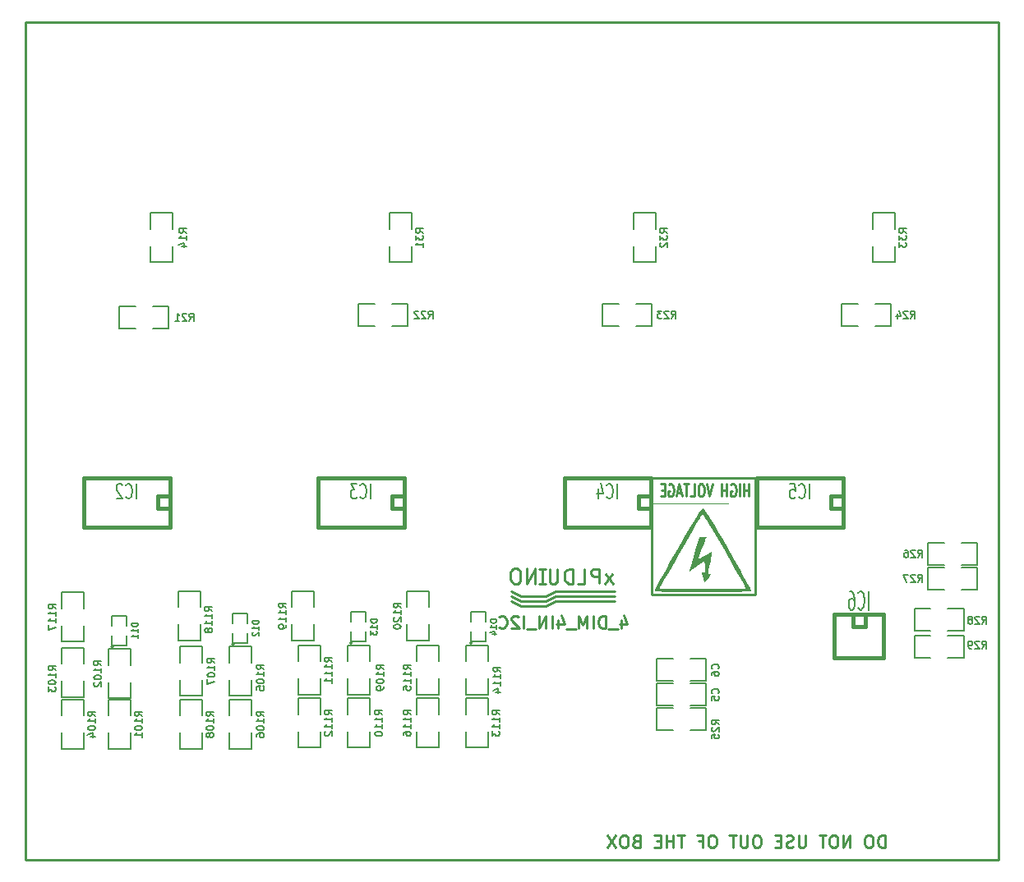
<source format=gbo>
G04 (created by PCBNEW (2011-nov-30)-testing) date jeu. 18 oct. 2012 20:37:39 CEST*
%MOIN*%
G04 Gerber Fmt 3.4, Leading zero omitted, Abs format*
%FSLAX34Y34*%
G01*
G70*
G90*
G04 APERTURE LIST*
%ADD10C,0.006*%
%ADD11C,0.01*%
%ADD12C,0.005*%
%ADD13C,0.015*%
%ADD14C,0.0001*%
%ADD15C,0.008*%
%ADD16C,0.0089*%
G04 APERTURE END LIST*
G54D10*
G54D11*
X85946Y-61102D02*
X85946Y-60602D01*
X85827Y-60602D01*
X85755Y-60626D01*
X85708Y-60674D01*
X85684Y-60721D01*
X85660Y-60817D01*
X85660Y-60888D01*
X85684Y-60983D01*
X85708Y-61031D01*
X85755Y-61079D01*
X85827Y-61102D01*
X85946Y-61102D01*
X85351Y-60602D02*
X85255Y-60602D01*
X85208Y-60626D01*
X85160Y-60674D01*
X85136Y-60769D01*
X85136Y-60936D01*
X85160Y-61031D01*
X85208Y-61079D01*
X85255Y-61102D01*
X85351Y-61102D01*
X85398Y-61079D01*
X85446Y-61031D01*
X85470Y-60936D01*
X85470Y-60769D01*
X85446Y-60674D01*
X85398Y-60626D01*
X85351Y-60602D01*
X84541Y-61102D02*
X84541Y-60602D01*
X84255Y-61102D01*
X84255Y-60602D01*
X83922Y-60602D02*
X83826Y-60602D01*
X83779Y-60626D01*
X83731Y-60674D01*
X83707Y-60769D01*
X83707Y-60936D01*
X83731Y-61031D01*
X83779Y-61079D01*
X83826Y-61102D01*
X83922Y-61102D01*
X83969Y-61079D01*
X84017Y-61031D01*
X84041Y-60936D01*
X84041Y-60769D01*
X84017Y-60674D01*
X83969Y-60626D01*
X83922Y-60602D01*
X83564Y-60602D02*
X83279Y-60602D01*
X83422Y-61102D02*
X83422Y-60602D01*
X82731Y-60602D02*
X82731Y-61007D01*
X82707Y-61055D01*
X82683Y-61079D01*
X82636Y-61102D01*
X82540Y-61102D01*
X82493Y-61079D01*
X82469Y-61055D01*
X82445Y-61007D01*
X82445Y-60602D01*
X82231Y-61079D02*
X82159Y-61102D01*
X82040Y-61102D01*
X81993Y-61079D01*
X81969Y-61055D01*
X81945Y-61007D01*
X81945Y-60960D01*
X81969Y-60912D01*
X81993Y-60888D01*
X82040Y-60864D01*
X82136Y-60840D01*
X82183Y-60817D01*
X82207Y-60793D01*
X82231Y-60745D01*
X82231Y-60698D01*
X82207Y-60650D01*
X82183Y-60626D01*
X82136Y-60602D01*
X82016Y-60602D01*
X81945Y-60626D01*
X81731Y-60840D02*
X81564Y-60840D01*
X81493Y-61102D02*
X81731Y-61102D01*
X81731Y-60602D01*
X81493Y-60602D01*
X80803Y-60602D02*
X80707Y-60602D01*
X80660Y-60626D01*
X80612Y-60674D01*
X80588Y-60769D01*
X80588Y-60936D01*
X80612Y-61031D01*
X80660Y-61079D01*
X80707Y-61102D01*
X80803Y-61102D01*
X80850Y-61079D01*
X80898Y-61031D01*
X80922Y-60936D01*
X80922Y-60769D01*
X80898Y-60674D01*
X80850Y-60626D01*
X80803Y-60602D01*
X80374Y-60602D02*
X80374Y-61007D01*
X80350Y-61055D01*
X80326Y-61079D01*
X80279Y-61102D01*
X80183Y-61102D01*
X80136Y-61079D01*
X80112Y-61055D01*
X80088Y-61007D01*
X80088Y-60602D01*
X79921Y-60602D02*
X79636Y-60602D01*
X79779Y-61102D02*
X79779Y-60602D01*
X78993Y-60602D02*
X78897Y-60602D01*
X78850Y-60626D01*
X78802Y-60674D01*
X78778Y-60769D01*
X78778Y-60936D01*
X78802Y-61031D01*
X78850Y-61079D01*
X78897Y-61102D01*
X78993Y-61102D01*
X79040Y-61079D01*
X79088Y-61031D01*
X79112Y-60936D01*
X79112Y-60769D01*
X79088Y-60674D01*
X79040Y-60626D01*
X78993Y-60602D01*
X78397Y-60840D02*
X78564Y-60840D01*
X78564Y-61102D02*
X78564Y-60602D01*
X78326Y-60602D01*
X77825Y-60602D02*
X77540Y-60602D01*
X77683Y-61102D02*
X77683Y-60602D01*
X77373Y-61102D02*
X77373Y-60602D01*
X77373Y-60840D02*
X77087Y-60840D01*
X77087Y-61102D02*
X77087Y-60602D01*
X76849Y-60840D02*
X76682Y-60840D01*
X76611Y-61102D02*
X76849Y-61102D01*
X76849Y-60602D01*
X76611Y-60602D01*
X75849Y-60840D02*
X75778Y-60864D01*
X75754Y-60888D01*
X75730Y-60936D01*
X75730Y-61007D01*
X75754Y-61055D01*
X75778Y-61079D01*
X75825Y-61102D01*
X76016Y-61102D01*
X76016Y-60602D01*
X75849Y-60602D01*
X75802Y-60626D01*
X75778Y-60650D01*
X75754Y-60698D01*
X75754Y-60745D01*
X75778Y-60793D01*
X75802Y-60817D01*
X75849Y-60840D01*
X76016Y-60840D01*
X75421Y-60602D02*
X75325Y-60602D01*
X75278Y-60626D01*
X75230Y-60674D01*
X75206Y-60769D01*
X75206Y-60936D01*
X75230Y-61031D01*
X75278Y-61079D01*
X75325Y-61102D01*
X75421Y-61102D01*
X75468Y-61079D01*
X75516Y-61031D01*
X75540Y-60936D01*
X75540Y-60769D01*
X75516Y-60674D01*
X75468Y-60626D01*
X75421Y-60602D01*
X75040Y-60602D02*
X74706Y-61102D01*
X74706Y-60602D02*
X75040Y-61102D01*
X75257Y-51869D02*
X75257Y-52202D01*
X75376Y-51679D02*
X75495Y-52036D01*
X75185Y-52036D01*
X75114Y-52250D02*
X74733Y-52250D01*
X74614Y-52202D02*
X74614Y-51702D01*
X74495Y-51702D01*
X74423Y-51726D01*
X74376Y-51774D01*
X74352Y-51821D01*
X74328Y-51917D01*
X74328Y-51988D01*
X74352Y-52083D01*
X74376Y-52131D01*
X74423Y-52179D01*
X74495Y-52202D01*
X74614Y-52202D01*
X74114Y-52202D02*
X74114Y-51702D01*
X73876Y-52202D02*
X73876Y-51702D01*
X73709Y-52060D01*
X73543Y-51702D01*
X73543Y-52202D01*
X73424Y-52250D02*
X73043Y-52250D01*
X72710Y-51869D02*
X72710Y-52202D01*
X72829Y-51679D02*
X72948Y-52036D01*
X72638Y-52036D01*
X72448Y-52202D02*
X72448Y-51702D01*
X72210Y-52202D02*
X72210Y-51702D01*
X71924Y-52202D01*
X71924Y-51702D01*
X71805Y-52250D02*
X71424Y-52250D01*
X71305Y-52202D02*
X71305Y-51702D01*
X71091Y-51750D02*
X71067Y-51726D01*
X71019Y-51702D01*
X70900Y-51702D01*
X70853Y-51726D01*
X70829Y-51750D01*
X70805Y-51798D01*
X70805Y-51845D01*
X70829Y-51917D01*
X71115Y-52202D01*
X70805Y-52202D01*
X70305Y-52155D02*
X70329Y-52179D01*
X70400Y-52202D01*
X70448Y-52202D01*
X70520Y-52179D01*
X70567Y-52131D01*
X70591Y-52083D01*
X70615Y-51988D01*
X70615Y-51917D01*
X70591Y-51821D01*
X70567Y-51774D01*
X70520Y-51726D01*
X70448Y-51702D01*
X70400Y-51702D01*
X70329Y-51726D01*
X70305Y-51750D01*
X51100Y-61600D02*
X51100Y-61400D01*
X90550Y-61600D02*
X51100Y-61600D01*
X90550Y-27600D02*
X90550Y-61600D01*
X51100Y-27600D02*
X90550Y-27600D01*
X51100Y-61400D02*
X51100Y-27600D01*
G54D12*
X66600Y-39050D02*
X66600Y-39950D01*
X66600Y-39950D02*
X65950Y-39950D01*
X65250Y-39050D02*
X64600Y-39050D01*
X64600Y-39050D02*
X64600Y-39950D01*
X64600Y-39950D02*
X65250Y-39950D01*
X65950Y-39050D02*
X66600Y-39050D01*
X56900Y-39150D02*
X56900Y-40050D01*
X56900Y-40050D02*
X56250Y-40050D01*
X55550Y-39150D02*
X54900Y-39150D01*
X54900Y-39150D02*
X54900Y-40050D01*
X54900Y-40050D02*
X55550Y-40050D01*
X56250Y-39150D02*
X56900Y-39150D01*
X76500Y-39050D02*
X76500Y-39950D01*
X76500Y-39950D02*
X75850Y-39950D01*
X75150Y-39050D02*
X74500Y-39050D01*
X74500Y-39050D02*
X74500Y-39950D01*
X74500Y-39950D02*
X75150Y-39950D01*
X75850Y-39050D02*
X76500Y-39050D01*
X86200Y-39050D02*
X86200Y-39950D01*
X86200Y-39950D02*
X85550Y-39950D01*
X84850Y-39050D02*
X84200Y-39050D01*
X84200Y-39050D02*
X84200Y-39950D01*
X84200Y-39950D02*
X84850Y-39950D01*
X85550Y-39050D02*
X86200Y-39050D01*
G54D13*
X66450Y-46100D02*
X62950Y-46100D01*
X62950Y-46100D02*
X62950Y-48100D01*
X62950Y-48100D02*
X66450Y-48100D01*
X66450Y-48100D02*
X66450Y-46100D01*
X66450Y-46850D02*
X65950Y-46850D01*
X65950Y-46850D02*
X65950Y-47350D01*
X65950Y-47350D02*
X66450Y-47350D01*
X76450Y-46100D02*
X72950Y-46100D01*
X72950Y-46100D02*
X72950Y-48100D01*
X72950Y-48100D02*
X76450Y-48100D01*
X76450Y-48100D02*
X76450Y-46100D01*
X76450Y-46850D02*
X75950Y-46850D01*
X75950Y-46850D02*
X75950Y-47350D01*
X75950Y-47350D02*
X76450Y-47350D01*
X84250Y-46100D02*
X80750Y-46100D01*
X80750Y-46100D02*
X80750Y-48100D01*
X80750Y-48100D02*
X84250Y-48100D01*
X84250Y-48100D02*
X84250Y-46100D01*
X84250Y-46850D02*
X83750Y-46850D01*
X83750Y-46850D02*
X83750Y-47350D01*
X83750Y-47350D02*
X84250Y-47350D01*
X56950Y-46100D02*
X53450Y-46100D01*
X53450Y-46100D02*
X53450Y-48100D01*
X53450Y-48100D02*
X56950Y-48100D01*
X56950Y-48100D02*
X56950Y-46100D01*
X56950Y-46850D02*
X56450Y-46850D01*
X56450Y-46850D02*
X56450Y-47350D01*
X56450Y-47350D02*
X56950Y-47350D01*
G54D12*
X78700Y-55450D02*
X78700Y-56350D01*
X78700Y-56350D02*
X78050Y-56350D01*
X77350Y-55450D02*
X76700Y-55450D01*
X76700Y-55450D02*
X76700Y-56350D01*
X76700Y-56350D02*
X77350Y-56350D01*
X78050Y-55450D02*
X78700Y-55450D01*
X87700Y-50650D02*
X87700Y-49750D01*
X87700Y-49750D02*
X88350Y-49750D01*
X89050Y-50650D02*
X89700Y-50650D01*
X89700Y-50650D02*
X89700Y-49750D01*
X89700Y-49750D02*
X89050Y-49750D01*
X88350Y-50650D02*
X87700Y-50650D01*
X87700Y-49650D02*
X87700Y-48750D01*
X87700Y-48750D02*
X88350Y-48750D01*
X89050Y-49650D02*
X89700Y-49650D01*
X89700Y-49650D02*
X89700Y-48750D01*
X89700Y-48750D02*
X89050Y-48750D01*
X88350Y-49650D02*
X87700Y-49650D01*
X87150Y-52300D02*
X87150Y-51400D01*
X87150Y-51400D02*
X87800Y-51400D01*
X88500Y-52300D02*
X89150Y-52300D01*
X89150Y-52300D02*
X89150Y-51400D01*
X89150Y-51400D02*
X88500Y-51400D01*
X87800Y-52300D02*
X87150Y-52300D01*
X87150Y-53400D02*
X87150Y-52500D01*
X87150Y-52500D02*
X87800Y-52500D01*
X88500Y-53400D02*
X89150Y-53400D01*
X89150Y-53400D02*
X89150Y-52500D01*
X89150Y-52500D02*
X88500Y-52500D01*
X87800Y-53400D02*
X87150Y-53400D01*
G54D13*
X85900Y-51650D02*
X85900Y-53400D01*
X83900Y-51650D02*
X83900Y-53400D01*
X83900Y-53400D02*
X85900Y-53400D01*
X85900Y-51650D02*
X83900Y-51650D01*
X84650Y-51650D02*
X84650Y-52150D01*
X84650Y-52150D02*
X85150Y-52150D01*
X85150Y-52150D02*
X85150Y-51650D01*
G54D12*
X76700Y-55350D02*
X76700Y-54450D01*
X76700Y-54450D02*
X77350Y-54450D01*
X78050Y-55350D02*
X78700Y-55350D01*
X78700Y-55350D02*
X78700Y-54450D01*
X78700Y-54450D02*
X78050Y-54450D01*
X77350Y-55350D02*
X76700Y-55350D01*
X76700Y-54350D02*
X76700Y-53450D01*
X76700Y-53450D02*
X77350Y-53450D01*
X78050Y-54350D02*
X78700Y-54350D01*
X78700Y-54350D02*
X78700Y-53450D01*
X78700Y-53450D02*
X78050Y-53450D01*
X77350Y-54350D02*
X76700Y-54350D01*
X57050Y-37350D02*
X56150Y-37350D01*
X56150Y-37350D02*
X56150Y-36700D01*
X57050Y-36000D02*
X57050Y-35350D01*
X57050Y-35350D02*
X56150Y-35350D01*
X56150Y-35350D02*
X56150Y-36000D01*
X57050Y-36700D02*
X57050Y-37350D01*
X66750Y-37350D02*
X65850Y-37350D01*
X65850Y-37350D02*
X65850Y-36700D01*
X66750Y-36000D02*
X66750Y-35350D01*
X66750Y-35350D02*
X65850Y-35350D01*
X65850Y-35350D02*
X65850Y-36000D01*
X66750Y-36700D02*
X66750Y-37350D01*
X76650Y-37350D02*
X75750Y-37350D01*
X75750Y-37350D02*
X75750Y-36700D01*
X76650Y-36000D02*
X76650Y-35350D01*
X76650Y-35350D02*
X75750Y-35350D01*
X75750Y-35350D02*
X75750Y-36000D01*
X76650Y-36700D02*
X76650Y-37350D01*
X86350Y-37350D02*
X85450Y-37350D01*
X85450Y-37350D02*
X85450Y-36700D01*
X86350Y-36000D02*
X86350Y-35350D01*
X86350Y-35350D02*
X85450Y-35350D01*
X85450Y-35350D02*
X85450Y-36000D01*
X86350Y-36700D02*
X86350Y-37350D01*
X64350Y-52800D02*
G75*
G03X64350Y-52800I-50J0D01*
G74*
G01*
X64300Y-52350D02*
X64300Y-52750D01*
X64300Y-52750D02*
X64900Y-52750D01*
X64900Y-52750D02*
X64900Y-52350D01*
X64900Y-51950D02*
X64900Y-51550D01*
X64900Y-51550D02*
X64300Y-51550D01*
X64300Y-51550D02*
X64300Y-51950D01*
X59550Y-52850D02*
G75*
G03X59550Y-52850I-50J0D01*
G74*
G01*
X59500Y-52400D02*
X59500Y-52800D01*
X59500Y-52800D02*
X60100Y-52800D01*
X60100Y-52800D02*
X60100Y-52400D01*
X60100Y-52000D02*
X60100Y-51600D01*
X60100Y-51600D02*
X59500Y-51600D01*
X59500Y-51600D02*
X59500Y-52000D01*
X54650Y-52950D02*
G75*
G03X54650Y-52950I-50J0D01*
G74*
G01*
X54600Y-52500D02*
X54600Y-52900D01*
X54600Y-52900D02*
X55200Y-52900D01*
X55200Y-52900D02*
X55200Y-52500D01*
X55200Y-52100D02*
X55200Y-51700D01*
X55200Y-51700D02*
X54600Y-51700D01*
X54600Y-51700D02*
X54600Y-52100D01*
X69200Y-52800D02*
G75*
G03X69200Y-52800I-50J0D01*
G74*
G01*
X69150Y-52350D02*
X69150Y-52750D01*
X69150Y-52750D02*
X69750Y-52750D01*
X69750Y-52750D02*
X69750Y-52350D01*
X69750Y-51950D02*
X69750Y-51550D01*
X69750Y-51550D02*
X69150Y-51550D01*
X69150Y-51550D02*
X69150Y-51950D01*
X65050Y-57050D02*
X64150Y-57050D01*
X64150Y-57050D02*
X64150Y-56400D01*
X65050Y-55700D02*
X65050Y-55050D01*
X65050Y-55050D02*
X64150Y-55050D01*
X64150Y-55050D02*
X64150Y-55700D01*
X65050Y-56400D02*
X65050Y-57050D01*
X66950Y-52900D02*
X67850Y-52900D01*
X67850Y-52900D02*
X67850Y-53550D01*
X66950Y-54250D02*
X66950Y-54900D01*
X66950Y-54900D02*
X67850Y-54900D01*
X67850Y-54900D02*
X67850Y-54250D01*
X66950Y-53550D02*
X66950Y-52900D01*
X67450Y-52700D02*
X66550Y-52700D01*
X66550Y-52700D02*
X66550Y-52050D01*
X67450Y-51350D02*
X67450Y-50700D01*
X67450Y-50700D02*
X66550Y-50700D01*
X66550Y-50700D02*
X66550Y-51350D01*
X67450Y-52050D02*
X67450Y-52700D01*
X67850Y-57050D02*
X66950Y-57050D01*
X66950Y-57050D02*
X66950Y-56400D01*
X67850Y-55700D02*
X67850Y-55050D01*
X67850Y-55050D02*
X66950Y-55050D01*
X66950Y-55050D02*
X66950Y-55700D01*
X67850Y-56400D02*
X67850Y-57050D01*
X69850Y-57050D02*
X68950Y-57050D01*
X68950Y-57050D02*
X68950Y-56400D01*
X69850Y-55700D02*
X69850Y-55050D01*
X69850Y-55050D02*
X68950Y-55050D01*
X68950Y-55050D02*
X68950Y-55700D01*
X69850Y-56400D02*
X69850Y-57050D01*
X68950Y-52900D02*
X69850Y-52900D01*
X69850Y-52900D02*
X69850Y-53550D01*
X68950Y-54250D02*
X68950Y-54900D01*
X68950Y-54900D02*
X69850Y-54900D01*
X69850Y-54900D02*
X69850Y-54250D01*
X68950Y-53550D02*
X68950Y-52900D01*
X62150Y-52900D02*
X63050Y-52900D01*
X63050Y-52900D02*
X63050Y-53550D01*
X62150Y-54250D02*
X62150Y-54900D01*
X62150Y-54900D02*
X63050Y-54900D01*
X63050Y-54900D02*
X63050Y-54250D01*
X62150Y-53550D02*
X62150Y-52900D01*
X62800Y-52700D02*
X61900Y-52700D01*
X61900Y-52700D02*
X61900Y-52050D01*
X62800Y-51350D02*
X62800Y-50700D01*
X62800Y-50700D02*
X61900Y-50700D01*
X61900Y-50700D02*
X61900Y-51350D01*
X62800Y-52050D02*
X62800Y-52700D01*
X63050Y-57050D02*
X62150Y-57050D01*
X62150Y-57050D02*
X62150Y-56400D01*
X63050Y-55700D02*
X63050Y-55050D01*
X63050Y-55050D02*
X62150Y-55050D01*
X62150Y-55050D02*
X62150Y-55700D01*
X63050Y-56400D02*
X63050Y-57050D01*
X64150Y-52900D02*
X65050Y-52900D01*
X65050Y-52900D02*
X65050Y-53550D01*
X64150Y-54250D02*
X64150Y-54900D01*
X64150Y-54900D02*
X65050Y-54900D01*
X65050Y-54900D02*
X65050Y-54250D01*
X64150Y-53550D02*
X64150Y-52900D01*
X54450Y-53050D02*
X55350Y-53050D01*
X55350Y-53050D02*
X55350Y-53700D01*
X54450Y-54400D02*
X54450Y-55050D01*
X54450Y-55050D02*
X55350Y-55050D01*
X55350Y-55050D02*
X55350Y-54400D01*
X54450Y-53700D02*
X54450Y-53050D01*
X57350Y-52950D02*
X58250Y-52950D01*
X58250Y-52950D02*
X58250Y-53600D01*
X57350Y-54300D02*
X57350Y-54950D01*
X57350Y-54950D02*
X58250Y-54950D01*
X58250Y-54950D02*
X58250Y-54300D01*
X57350Y-53600D02*
X57350Y-52950D01*
X58200Y-52700D02*
X57300Y-52700D01*
X57300Y-52700D02*
X57300Y-52050D01*
X58200Y-51350D02*
X58200Y-50700D01*
X58200Y-50700D02*
X57300Y-50700D01*
X57300Y-50700D02*
X57300Y-51350D01*
X58200Y-52050D02*
X58200Y-52700D01*
X58250Y-57100D02*
X57350Y-57100D01*
X57350Y-57100D02*
X57350Y-56450D01*
X58250Y-55750D02*
X58250Y-55100D01*
X58250Y-55100D02*
X57350Y-55100D01*
X57350Y-55100D02*
X57350Y-55750D01*
X58250Y-56450D02*
X58250Y-57100D01*
X59350Y-52950D02*
X60250Y-52950D01*
X60250Y-52950D02*
X60250Y-53600D01*
X59350Y-54300D02*
X59350Y-54950D01*
X59350Y-54950D02*
X60250Y-54950D01*
X60250Y-54950D02*
X60250Y-54300D01*
X59350Y-53600D02*
X59350Y-52950D01*
X60250Y-57100D02*
X59350Y-57100D01*
X59350Y-57100D02*
X59350Y-56450D01*
X60250Y-55750D02*
X60250Y-55100D01*
X60250Y-55100D02*
X59350Y-55100D01*
X59350Y-55100D02*
X59350Y-55750D01*
X60250Y-56450D02*
X60250Y-57100D01*
X52550Y-53000D02*
X53450Y-53000D01*
X53450Y-53000D02*
X53450Y-53650D01*
X52550Y-54350D02*
X52550Y-55000D01*
X52550Y-55000D02*
X53450Y-55000D01*
X53450Y-55000D02*
X53450Y-54350D01*
X52550Y-53650D02*
X52550Y-53000D01*
X53450Y-52750D02*
X52550Y-52750D01*
X52550Y-52750D02*
X52550Y-52100D01*
X53450Y-51400D02*
X53450Y-50750D01*
X53450Y-50750D02*
X52550Y-50750D01*
X52550Y-50750D02*
X52550Y-51400D01*
X53450Y-52100D02*
X53450Y-52750D01*
X53450Y-57100D02*
X52550Y-57100D01*
X52550Y-57100D02*
X52550Y-56450D01*
X53450Y-55750D02*
X53450Y-55100D01*
X53450Y-55100D02*
X52550Y-55100D01*
X52550Y-55100D02*
X52550Y-55750D01*
X53450Y-56450D02*
X53450Y-57100D01*
X55350Y-57100D02*
X54450Y-57100D01*
X54450Y-57100D02*
X54450Y-56450D01*
X55350Y-55750D02*
X55350Y-55100D01*
X55350Y-55100D02*
X54450Y-55100D01*
X54450Y-55100D02*
X54450Y-55750D01*
X55350Y-56450D02*
X55350Y-57100D01*
G54D11*
X75000Y-51100D02*
X72600Y-51100D01*
X72600Y-51100D02*
X72200Y-51300D01*
X72200Y-51300D02*
X71200Y-51300D01*
X71200Y-51300D02*
X70800Y-51100D01*
X75000Y-50900D02*
X72600Y-50900D01*
X72600Y-50900D02*
X72200Y-51100D01*
X72200Y-51100D02*
X71200Y-51100D01*
X71200Y-51100D02*
X70800Y-50900D01*
X71200Y-50900D02*
X70800Y-50700D01*
X72200Y-50900D02*
X71200Y-50900D01*
X72600Y-50700D02*
X72200Y-50900D01*
X75000Y-50700D02*
X72600Y-50700D01*
X75000Y-50700D02*
X72600Y-50700D01*
X72600Y-50700D02*
X72200Y-50900D01*
X72200Y-50900D02*
X71200Y-50900D01*
X71200Y-50900D02*
X70800Y-50700D01*
X71200Y-50900D02*
X70800Y-50700D01*
X72200Y-50900D02*
X71200Y-50900D01*
X72600Y-50700D02*
X72200Y-50900D01*
X75000Y-50700D02*
X72600Y-50700D01*
X75000Y-50700D02*
X72600Y-50700D01*
X72600Y-50700D02*
X72200Y-50900D01*
X72200Y-50900D02*
X71200Y-50900D01*
X71200Y-50900D02*
X70800Y-50700D01*
X71200Y-50900D02*
X70800Y-50700D01*
X72200Y-50900D02*
X71200Y-50900D01*
X72600Y-50700D02*
X72200Y-50900D01*
X75000Y-50700D02*
X72600Y-50700D01*
X75000Y-50700D02*
X72600Y-50700D01*
X72600Y-50700D02*
X72200Y-50900D01*
X72200Y-50900D02*
X71200Y-50900D01*
X71200Y-50900D02*
X70800Y-50700D01*
X71200Y-50900D02*
X70800Y-50700D01*
X72200Y-50900D02*
X71200Y-50900D01*
X72600Y-50700D02*
X72200Y-50900D01*
X75000Y-50700D02*
X72600Y-50700D01*
X75000Y-50700D02*
X72600Y-50700D01*
X72600Y-50700D02*
X72200Y-50900D01*
X72200Y-50900D02*
X71200Y-50900D01*
X71200Y-50900D02*
X70800Y-50700D01*
X70925Y-50400D02*
X70825Y-50325D01*
X71150Y-50300D02*
X71050Y-50400D01*
X71975Y-50400D02*
X71925Y-50400D01*
X72200Y-50400D02*
X71950Y-50400D01*
X72200Y-49800D02*
X71925Y-49800D01*
X72050Y-50375D02*
X72050Y-49850D01*
X71175Y-50200D02*
X71150Y-50300D01*
X71050Y-50400D02*
X70925Y-50400D01*
X70775Y-50175D02*
X70800Y-50300D01*
X71175Y-49975D02*
X71150Y-49875D01*
X71150Y-49875D02*
X71075Y-49800D01*
X71075Y-49800D02*
X71025Y-49775D01*
X71025Y-49775D02*
X70925Y-49775D01*
X70925Y-49775D02*
X70875Y-49800D01*
X70875Y-49800D02*
X70825Y-49825D01*
X70825Y-49825D02*
X70800Y-49875D01*
X70800Y-49875D02*
X70775Y-49950D01*
X70775Y-49950D02*
X70775Y-50000D01*
X70775Y-50000D02*
X70775Y-50175D01*
X71175Y-50000D02*
X71175Y-50200D01*
X71775Y-50400D02*
X71775Y-49775D01*
X71775Y-49800D02*
X71425Y-50400D01*
X71425Y-50400D02*
X71425Y-49775D01*
X72675Y-49800D02*
X72675Y-50275D01*
X72675Y-50275D02*
X72650Y-50325D01*
X72650Y-50325D02*
X72625Y-50350D01*
X72625Y-50350D02*
X72600Y-50375D01*
X72600Y-50375D02*
X72550Y-50400D01*
X72550Y-50400D02*
X72500Y-50400D01*
X72500Y-50400D02*
X72450Y-50400D01*
X72450Y-50400D02*
X72400Y-50375D01*
X72400Y-50375D02*
X72375Y-50350D01*
X72375Y-50350D02*
X72350Y-50325D01*
X72350Y-50325D02*
X72350Y-50275D01*
X72350Y-50275D02*
X72350Y-49800D01*
X73275Y-49800D02*
X73150Y-49800D01*
X73150Y-49800D02*
X73050Y-49825D01*
X73050Y-49825D02*
X73000Y-49875D01*
X73000Y-49875D02*
X72975Y-49950D01*
X72975Y-49950D02*
X72950Y-50050D01*
X72950Y-50050D02*
X72950Y-50125D01*
X72950Y-50125D02*
X72950Y-50175D01*
X72950Y-50175D02*
X72975Y-50250D01*
X72975Y-50250D02*
X73000Y-50300D01*
X73000Y-50300D02*
X73050Y-50350D01*
X73050Y-50350D02*
X73125Y-50400D01*
X73125Y-50400D02*
X73175Y-50400D01*
X73175Y-50400D02*
X73300Y-50400D01*
X73300Y-50400D02*
X73300Y-49800D01*
X73775Y-49800D02*
X73775Y-50400D01*
X73775Y-50400D02*
X73500Y-50400D01*
X74375Y-49800D02*
X74350Y-49800D01*
X74350Y-49800D02*
X74125Y-49800D01*
X74125Y-49800D02*
X74075Y-49825D01*
X74075Y-49825D02*
X74050Y-49850D01*
X74050Y-49850D02*
X74025Y-49900D01*
X74025Y-49900D02*
X74025Y-49950D01*
X74025Y-49950D02*
X74025Y-50000D01*
X74025Y-50000D02*
X74050Y-50050D01*
X74050Y-50050D02*
X74100Y-50075D01*
X74100Y-50075D02*
X74150Y-50100D01*
X74150Y-50100D02*
X74375Y-50100D01*
X74375Y-50375D02*
X74375Y-49800D01*
X74900Y-50000D02*
X74600Y-50400D01*
X74925Y-50400D02*
X74625Y-50000D01*
X80700Y-46100D02*
X80700Y-50850D01*
X80700Y-50850D02*
X80600Y-50850D01*
X76500Y-46100D02*
X80700Y-46100D01*
X80650Y-50850D02*
X76500Y-50850D01*
X76500Y-50850D02*
X76500Y-46100D01*
G54D14*
G36*
X80667Y-47150D02*
X78592Y-47158D01*
X76517Y-47167D01*
X76508Y-49025D01*
X76500Y-50884D01*
X76492Y-49009D01*
X76484Y-47134D01*
X78575Y-47142D01*
X80667Y-47150D01*
X80667Y-47150D01*
X80667Y-47150D01*
G37*
G36*
X80527Y-50688D02*
X80491Y-50698D01*
X80395Y-50707D01*
X80317Y-50711D01*
X80317Y-50584D01*
X80301Y-50553D01*
X80254Y-50469D01*
X80181Y-50339D01*
X80083Y-50167D01*
X79965Y-49959D01*
X79829Y-49720D01*
X79678Y-49456D01*
X79515Y-49172D01*
X79445Y-49051D01*
X79250Y-48712D01*
X79085Y-48427D01*
X78948Y-48192D01*
X78836Y-48003D01*
X78746Y-47854D01*
X78676Y-47743D01*
X78623Y-47665D01*
X78585Y-47615D01*
X78558Y-47590D01*
X78541Y-47585D01*
X78533Y-47592D01*
X78508Y-47633D01*
X78454Y-47725D01*
X78376Y-47860D01*
X78277Y-48031D01*
X78160Y-48232D01*
X78031Y-48457D01*
X77892Y-48698D01*
X77748Y-48950D01*
X77602Y-49205D01*
X77457Y-49457D01*
X77319Y-49700D01*
X77189Y-49926D01*
X77074Y-50130D01*
X76975Y-50304D01*
X76897Y-50442D01*
X76843Y-50537D01*
X76818Y-50583D01*
X76817Y-50587D01*
X76849Y-50589D01*
X76942Y-50592D01*
X77089Y-50594D01*
X77284Y-50596D01*
X77522Y-50597D01*
X77795Y-50599D01*
X78098Y-50600D01*
X78425Y-50600D01*
X78567Y-50600D01*
X78901Y-50600D01*
X79215Y-50599D01*
X79501Y-50598D01*
X79755Y-50596D01*
X79968Y-50594D01*
X80136Y-50591D01*
X80253Y-50588D01*
X80311Y-50585D01*
X80317Y-50584D01*
X80317Y-50711D01*
X80247Y-50715D01*
X80054Y-50722D01*
X79823Y-50728D01*
X79561Y-50732D01*
X79275Y-50735D01*
X78973Y-50738D01*
X78661Y-50739D01*
X78347Y-50739D01*
X78039Y-50737D01*
X77742Y-50735D01*
X77465Y-50731D01*
X77215Y-50726D01*
X76998Y-50720D01*
X76822Y-50713D01*
X76694Y-50705D01*
X76621Y-50695D01*
X76607Y-50689D01*
X76620Y-50653D01*
X76664Y-50564D01*
X76735Y-50428D01*
X76831Y-50250D01*
X76949Y-50036D01*
X77086Y-49790D01*
X77239Y-49519D01*
X77405Y-49226D01*
X77546Y-48981D01*
X77757Y-48614D01*
X77937Y-48302D01*
X78090Y-48040D01*
X78217Y-47826D01*
X78321Y-47655D01*
X78403Y-47523D01*
X78467Y-47427D01*
X78514Y-47363D01*
X78547Y-47328D01*
X78567Y-47317D01*
X78588Y-47328D01*
X78621Y-47364D01*
X78669Y-47428D01*
X78733Y-47524D01*
X78815Y-47656D01*
X78919Y-47828D01*
X79047Y-48043D01*
X79200Y-48305D01*
X79381Y-48618D01*
X79589Y-48979D01*
X79764Y-49285D01*
X79928Y-49573D01*
X80078Y-49840D01*
X80211Y-50080D01*
X80325Y-50287D01*
X80416Y-50457D01*
X80482Y-50584D01*
X80520Y-50663D01*
X80527Y-50688D01*
X80527Y-50688D01*
X80527Y-50688D01*
G37*
G36*
X78943Y-49145D02*
X78929Y-49248D01*
X78899Y-49405D01*
X78878Y-49507D01*
X78839Y-49696D01*
X78811Y-49830D01*
X78796Y-49917D01*
X78790Y-49969D01*
X78795Y-49993D01*
X78808Y-50000D01*
X78829Y-50000D01*
X78834Y-50000D01*
X78878Y-50010D01*
X78884Y-50018D01*
X78866Y-50060D01*
X78823Y-50129D01*
X78766Y-50209D01*
X78708Y-50283D01*
X78662Y-50333D01*
X78640Y-50344D01*
X78622Y-50297D01*
X78596Y-50212D01*
X78585Y-50173D01*
X78557Y-50073D01*
X78532Y-49994D01*
X78527Y-49978D01*
X78524Y-49942D01*
X78568Y-49945D01*
X78578Y-49949D01*
X78615Y-49956D01*
X78636Y-49943D01*
X78646Y-49896D01*
X78650Y-49803D01*
X78650Y-49717D01*
X78650Y-49594D01*
X78643Y-49521D01*
X78619Y-49496D01*
X78568Y-49515D01*
X78480Y-49577D01*
X78384Y-49651D01*
X78275Y-49732D01*
X78173Y-49804D01*
X78109Y-49848D01*
X78018Y-49907D01*
X78067Y-49745D01*
X78093Y-49658D01*
X78134Y-49521D01*
X78184Y-49351D01*
X78241Y-49163D01*
X78275Y-49050D01*
X78435Y-48517D01*
X78576Y-48507D01*
X78662Y-48504D01*
X78712Y-48511D01*
X78717Y-48515D01*
X78705Y-48551D01*
X78671Y-48637D01*
X78620Y-48761D01*
X78558Y-48912D01*
X78533Y-48972D01*
X78468Y-49129D01*
X78415Y-49263D01*
X78379Y-49364D01*
X78363Y-49418D01*
X78363Y-49424D01*
X78395Y-49414D01*
X78469Y-49372D01*
X78572Y-49308D01*
X78631Y-49269D01*
X78748Y-49191D01*
X78847Y-49128D01*
X78913Y-49089D01*
X78928Y-49081D01*
X78942Y-49092D01*
X78943Y-49145D01*
X78943Y-49145D01*
X78943Y-49145D01*
G37*
G54D12*
X67443Y-39621D02*
X67543Y-39479D01*
X67615Y-39621D02*
X67615Y-39321D01*
X67500Y-39321D01*
X67472Y-39336D01*
X67457Y-39350D01*
X67443Y-39379D01*
X67443Y-39421D01*
X67457Y-39450D01*
X67472Y-39464D01*
X67500Y-39479D01*
X67615Y-39479D01*
X67329Y-39350D02*
X67315Y-39336D01*
X67286Y-39321D01*
X67215Y-39321D01*
X67186Y-39336D01*
X67172Y-39350D01*
X67157Y-39379D01*
X67157Y-39407D01*
X67172Y-39450D01*
X67343Y-39621D01*
X67157Y-39621D01*
X67043Y-39350D02*
X67029Y-39336D01*
X67000Y-39321D01*
X66929Y-39321D01*
X66900Y-39336D01*
X66886Y-39350D01*
X66871Y-39379D01*
X66871Y-39407D01*
X66886Y-39450D01*
X67057Y-39621D01*
X66871Y-39621D01*
X57743Y-39721D02*
X57843Y-39579D01*
X57915Y-39721D02*
X57915Y-39421D01*
X57800Y-39421D01*
X57772Y-39436D01*
X57757Y-39450D01*
X57743Y-39479D01*
X57743Y-39521D01*
X57757Y-39550D01*
X57772Y-39564D01*
X57800Y-39579D01*
X57915Y-39579D01*
X57629Y-39450D02*
X57615Y-39436D01*
X57586Y-39421D01*
X57515Y-39421D01*
X57486Y-39436D01*
X57472Y-39450D01*
X57457Y-39479D01*
X57457Y-39507D01*
X57472Y-39550D01*
X57643Y-39721D01*
X57457Y-39721D01*
X57171Y-39721D02*
X57343Y-39721D01*
X57257Y-39721D02*
X57257Y-39421D01*
X57286Y-39464D01*
X57314Y-39493D01*
X57343Y-39507D01*
X77293Y-39621D02*
X77393Y-39479D01*
X77465Y-39621D02*
X77465Y-39321D01*
X77350Y-39321D01*
X77322Y-39336D01*
X77307Y-39350D01*
X77293Y-39379D01*
X77293Y-39421D01*
X77307Y-39450D01*
X77322Y-39464D01*
X77350Y-39479D01*
X77465Y-39479D01*
X77179Y-39350D02*
X77165Y-39336D01*
X77136Y-39321D01*
X77065Y-39321D01*
X77036Y-39336D01*
X77022Y-39350D01*
X77007Y-39379D01*
X77007Y-39407D01*
X77022Y-39450D01*
X77193Y-39621D01*
X77007Y-39621D01*
X76907Y-39321D02*
X76721Y-39321D01*
X76821Y-39436D01*
X76779Y-39436D01*
X76750Y-39450D01*
X76736Y-39464D01*
X76721Y-39493D01*
X76721Y-39564D01*
X76736Y-39593D01*
X76750Y-39607D01*
X76779Y-39621D01*
X76864Y-39621D01*
X76893Y-39607D01*
X76907Y-39593D01*
X86993Y-39621D02*
X87093Y-39479D01*
X87165Y-39621D02*
X87165Y-39321D01*
X87050Y-39321D01*
X87022Y-39336D01*
X87007Y-39350D01*
X86993Y-39379D01*
X86993Y-39421D01*
X87007Y-39450D01*
X87022Y-39464D01*
X87050Y-39479D01*
X87165Y-39479D01*
X86879Y-39350D02*
X86865Y-39336D01*
X86836Y-39321D01*
X86765Y-39321D01*
X86736Y-39336D01*
X86722Y-39350D01*
X86707Y-39379D01*
X86707Y-39407D01*
X86722Y-39450D01*
X86893Y-39621D01*
X86707Y-39621D01*
X86450Y-39421D02*
X86450Y-39621D01*
X86521Y-39307D02*
X86593Y-39521D01*
X86407Y-39521D01*
G54D10*
X65090Y-46943D02*
X65090Y-46343D01*
X64671Y-46886D02*
X64690Y-46914D01*
X64747Y-46943D01*
X64785Y-46943D01*
X64843Y-46914D01*
X64881Y-46857D01*
X64900Y-46800D01*
X64919Y-46686D01*
X64919Y-46600D01*
X64900Y-46486D01*
X64881Y-46429D01*
X64843Y-46371D01*
X64785Y-46343D01*
X64747Y-46343D01*
X64690Y-46371D01*
X64671Y-46400D01*
X64538Y-46343D02*
X64290Y-46343D01*
X64424Y-46571D01*
X64366Y-46571D01*
X64328Y-46600D01*
X64309Y-46629D01*
X64290Y-46686D01*
X64290Y-46829D01*
X64309Y-46886D01*
X64328Y-46914D01*
X64366Y-46943D01*
X64481Y-46943D01*
X64519Y-46914D01*
X64538Y-46886D01*
X75090Y-46943D02*
X75090Y-46343D01*
X74671Y-46886D02*
X74690Y-46914D01*
X74747Y-46943D01*
X74785Y-46943D01*
X74843Y-46914D01*
X74881Y-46857D01*
X74900Y-46800D01*
X74919Y-46686D01*
X74919Y-46600D01*
X74900Y-46486D01*
X74881Y-46429D01*
X74843Y-46371D01*
X74785Y-46343D01*
X74747Y-46343D01*
X74690Y-46371D01*
X74671Y-46400D01*
X74328Y-46543D02*
X74328Y-46943D01*
X74424Y-46314D02*
X74519Y-46743D01*
X74271Y-46743D01*
X82890Y-46943D02*
X82890Y-46343D01*
X82471Y-46886D02*
X82490Y-46914D01*
X82547Y-46943D01*
X82585Y-46943D01*
X82643Y-46914D01*
X82681Y-46857D01*
X82700Y-46800D01*
X82719Y-46686D01*
X82719Y-46600D01*
X82700Y-46486D01*
X82681Y-46429D01*
X82643Y-46371D01*
X82585Y-46343D01*
X82547Y-46343D01*
X82490Y-46371D01*
X82471Y-46400D01*
X82109Y-46343D02*
X82300Y-46343D01*
X82319Y-46629D01*
X82300Y-46600D01*
X82262Y-46571D01*
X82166Y-46571D01*
X82128Y-46600D01*
X82109Y-46629D01*
X82090Y-46686D01*
X82090Y-46829D01*
X82109Y-46886D01*
X82128Y-46914D01*
X82166Y-46943D01*
X82262Y-46943D01*
X82300Y-46914D01*
X82319Y-46886D01*
X55590Y-46943D02*
X55590Y-46343D01*
X55171Y-46886D02*
X55190Y-46914D01*
X55247Y-46943D01*
X55285Y-46943D01*
X55343Y-46914D01*
X55381Y-46857D01*
X55400Y-46800D01*
X55419Y-46686D01*
X55419Y-46600D01*
X55400Y-46486D01*
X55381Y-46429D01*
X55343Y-46371D01*
X55285Y-46343D01*
X55247Y-46343D01*
X55190Y-46371D01*
X55171Y-46400D01*
X55019Y-46400D02*
X55000Y-46371D01*
X54962Y-46343D01*
X54866Y-46343D01*
X54828Y-46371D01*
X54809Y-46400D01*
X54790Y-46457D01*
X54790Y-46514D01*
X54809Y-46600D01*
X55038Y-46943D01*
X54790Y-46943D01*
G54D12*
X79221Y-56107D02*
X79079Y-56007D01*
X79221Y-55935D02*
X78921Y-55935D01*
X78921Y-56050D01*
X78936Y-56078D01*
X78950Y-56093D01*
X78979Y-56107D01*
X79021Y-56107D01*
X79050Y-56093D01*
X79064Y-56078D01*
X79079Y-56050D01*
X79079Y-55935D01*
X78950Y-56221D02*
X78936Y-56235D01*
X78921Y-56264D01*
X78921Y-56335D01*
X78936Y-56364D01*
X78950Y-56378D01*
X78979Y-56393D01*
X79007Y-56393D01*
X79050Y-56378D01*
X79221Y-56207D01*
X79221Y-56393D01*
X78921Y-56664D02*
X78921Y-56521D01*
X79064Y-56507D01*
X79050Y-56521D01*
X79036Y-56550D01*
X79036Y-56621D01*
X79050Y-56650D01*
X79064Y-56664D01*
X79093Y-56679D01*
X79164Y-56679D01*
X79193Y-56664D01*
X79207Y-56650D01*
X79221Y-56621D01*
X79221Y-56550D01*
X79207Y-56521D01*
X79193Y-56507D01*
X87293Y-50321D02*
X87393Y-50179D01*
X87465Y-50321D02*
X87465Y-50021D01*
X87350Y-50021D01*
X87322Y-50036D01*
X87307Y-50050D01*
X87293Y-50079D01*
X87293Y-50121D01*
X87307Y-50150D01*
X87322Y-50164D01*
X87350Y-50179D01*
X87465Y-50179D01*
X87179Y-50050D02*
X87165Y-50036D01*
X87136Y-50021D01*
X87065Y-50021D01*
X87036Y-50036D01*
X87022Y-50050D01*
X87007Y-50079D01*
X87007Y-50107D01*
X87022Y-50150D01*
X87193Y-50321D01*
X87007Y-50321D01*
X86907Y-50021D02*
X86707Y-50021D01*
X86836Y-50321D01*
X87293Y-49321D02*
X87393Y-49179D01*
X87465Y-49321D02*
X87465Y-49021D01*
X87350Y-49021D01*
X87322Y-49036D01*
X87307Y-49050D01*
X87293Y-49079D01*
X87293Y-49121D01*
X87307Y-49150D01*
X87322Y-49164D01*
X87350Y-49179D01*
X87465Y-49179D01*
X87179Y-49050D02*
X87165Y-49036D01*
X87136Y-49021D01*
X87065Y-49021D01*
X87036Y-49036D01*
X87022Y-49050D01*
X87007Y-49079D01*
X87007Y-49107D01*
X87022Y-49150D01*
X87193Y-49321D01*
X87007Y-49321D01*
X86750Y-49021D02*
X86807Y-49021D01*
X86836Y-49036D01*
X86850Y-49050D01*
X86879Y-49093D01*
X86893Y-49150D01*
X86893Y-49264D01*
X86879Y-49293D01*
X86864Y-49307D01*
X86836Y-49321D01*
X86779Y-49321D01*
X86750Y-49307D01*
X86736Y-49293D01*
X86721Y-49264D01*
X86721Y-49193D01*
X86736Y-49164D01*
X86750Y-49150D01*
X86779Y-49136D01*
X86836Y-49136D01*
X86864Y-49150D01*
X86879Y-49164D01*
X86893Y-49193D01*
X89893Y-52021D02*
X89993Y-51879D01*
X90065Y-52021D02*
X90065Y-51721D01*
X89950Y-51721D01*
X89922Y-51736D01*
X89907Y-51750D01*
X89893Y-51779D01*
X89893Y-51821D01*
X89907Y-51850D01*
X89922Y-51864D01*
X89950Y-51879D01*
X90065Y-51879D01*
X89779Y-51750D02*
X89765Y-51736D01*
X89736Y-51721D01*
X89665Y-51721D01*
X89636Y-51736D01*
X89622Y-51750D01*
X89607Y-51779D01*
X89607Y-51807D01*
X89622Y-51850D01*
X89793Y-52021D01*
X89607Y-52021D01*
X89436Y-51850D02*
X89464Y-51836D01*
X89479Y-51821D01*
X89493Y-51793D01*
X89493Y-51779D01*
X89479Y-51750D01*
X89464Y-51736D01*
X89436Y-51721D01*
X89379Y-51721D01*
X89350Y-51736D01*
X89336Y-51750D01*
X89321Y-51779D01*
X89321Y-51793D01*
X89336Y-51821D01*
X89350Y-51836D01*
X89379Y-51850D01*
X89436Y-51850D01*
X89464Y-51864D01*
X89479Y-51879D01*
X89493Y-51907D01*
X89493Y-51964D01*
X89479Y-51993D01*
X89464Y-52007D01*
X89436Y-52021D01*
X89379Y-52021D01*
X89350Y-52007D01*
X89336Y-51993D01*
X89321Y-51964D01*
X89321Y-51907D01*
X89336Y-51879D01*
X89350Y-51864D01*
X89379Y-51850D01*
X89893Y-53021D02*
X89993Y-52879D01*
X90065Y-53021D02*
X90065Y-52721D01*
X89950Y-52721D01*
X89922Y-52736D01*
X89907Y-52750D01*
X89893Y-52779D01*
X89893Y-52821D01*
X89907Y-52850D01*
X89922Y-52864D01*
X89950Y-52879D01*
X90065Y-52879D01*
X89779Y-52750D02*
X89765Y-52736D01*
X89736Y-52721D01*
X89665Y-52721D01*
X89636Y-52736D01*
X89622Y-52750D01*
X89607Y-52779D01*
X89607Y-52807D01*
X89622Y-52850D01*
X89793Y-53021D01*
X89607Y-53021D01*
X89464Y-53021D02*
X89407Y-53021D01*
X89379Y-53007D01*
X89364Y-52993D01*
X89336Y-52950D01*
X89321Y-52893D01*
X89321Y-52779D01*
X89336Y-52750D01*
X89350Y-52736D01*
X89379Y-52721D01*
X89436Y-52721D01*
X89464Y-52736D01*
X89479Y-52750D01*
X89493Y-52779D01*
X89493Y-52850D01*
X89479Y-52879D01*
X89464Y-52893D01*
X89436Y-52907D01*
X89379Y-52907D01*
X89350Y-52893D01*
X89336Y-52879D01*
X89321Y-52850D01*
G54D15*
X85290Y-51454D02*
X85290Y-50704D01*
X84871Y-51382D02*
X84890Y-51418D01*
X84947Y-51454D01*
X84985Y-51454D01*
X85043Y-51418D01*
X85081Y-51346D01*
X85100Y-51275D01*
X85119Y-51132D01*
X85119Y-51025D01*
X85100Y-50882D01*
X85081Y-50811D01*
X85043Y-50739D01*
X84985Y-50704D01*
X84947Y-50704D01*
X84890Y-50739D01*
X84871Y-50775D01*
X84528Y-50704D02*
X84605Y-50704D01*
X84643Y-50739D01*
X84662Y-50775D01*
X84700Y-50882D01*
X84719Y-51025D01*
X84719Y-51311D01*
X84700Y-51382D01*
X84681Y-51418D01*
X84643Y-51454D01*
X84566Y-51454D01*
X84528Y-51418D01*
X84509Y-51382D01*
X84490Y-51311D01*
X84490Y-51132D01*
X84509Y-51061D01*
X84528Y-51025D01*
X84566Y-50989D01*
X84643Y-50989D01*
X84681Y-51025D01*
X84700Y-51061D01*
X84719Y-51132D01*
G54D12*
X79193Y-54850D02*
X79207Y-54836D01*
X79221Y-54793D01*
X79221Y-54764D01*
X79207Y-54721D01*
X79179Y-54693D01*
X79150Y-54678D01*
X79093Y-54664D01*
X79050Y-54664D01*
X78993Y-54678D01*
X78964Y-54693D01*
X78936Y-54721D01*
X78921Y-54764D01*
X78921Y-54793D01*
X78936Y-54836D01*
X78950Y-54850D01*
X78921Y-55121D02*
X78921Y-54978D01*
X79064Y-54964D01*
X79050Y-54978D01*
X79036Y-55007D01*
X79036Y-55078D01*
X79050Y-55107D01*
X79064Y-55121D01*
X79093Y-55136D01*
X79164Y-55136D01*
X79193Y-55121D01*
X79207Y-55107D01*
X79221Y-55078D01*
X79221Y-55007D01*
X79207Y-54978D01*
X79193Y-54964D01*
X79193Y-53850D02*
X79207Y-53836D01*
X79221Y-53793D01*
X79221Y-53764D01*
X79207Y-53721D01*
X79179Y-53693D01*
X79150Y-53678D01*
X79093Y-53664D01*
X79050Y-53664D01*
X78993Y-53678D01*
X78964Y-53693D01*
X78936Y-53721D01*
X78921Y-53764D01*
X78921Y-53793D01*
X78936Y-53836D01*
X78950Y-53850D01*
X78921Y-54107D02*
X78921Y-54050D01*
X78936Y-54021D01*
X78950Y-54007D01*
X78993Y-53978D01*
X79050Y-53964D01*
X79164Y-53964D01*
X79193Y-53978D01*
X79207Y-53993D01*
X79221Y-54021D01*
X79221Y-54078D01*
X79207Y-54107D01*
X79193Y-54121D01*
X79164Y-54136D01*
X79093Y-54136D01*
X79064Y-54121D01*
X79050Y-54107D01*
X79036Y-54078D01*
X79036Y-54021D01*
X79050Y-53993D01*
X79064Y-53978D01*
X79093Y-53964D01*
X57621Y-36157D02*
X57479Y-36057D01*
X57621Y-35985D02*
X57321Y-35985D01*
X57321Y-36100D01*
X57336Y-36128D01*
X57350Y-36143D01*
X57379Y-36157D01*
X57421Y-36157D01*
X57450Y-36143D01*
X57464Y-36128D01*
X57479Y-36100D01*
X57479Y-35985D01*
X57621Y-36443D02*
X57621Y-36271D01*
X57621Y-36357D02*
X57321Y-36357D01*
X57364Y-36328D01*
X57393Y-36300D01*
X57407Y-36271D01*
X57421Y-36700D02*
X57621Y-36700D01*
X57307Y-36629D02*
X57521Y-36557D01*
X57521Y-36743D01*
X67221Y-36157D02*
X67079Y-36057D01*
X67221Y-35985D02*
X66921Y-35985D01*
X66921Y-36100D01*
X66936Y-36128D01*
X66950Y-36143D01*
X66979Y-36157D01*
X67021Y-36157D01*
X67050Y-36143D01*
X67064Y-36128D01*
X67079Y-36100D01*
X67079Y-35985D01*
X66921Y-36257D02*
X66921Y-36443D01*
X67036Y-36343D01*
X67036Y-36385D01*
X67050Y-36414D01*
X67064Y-36428D01*
X67093Y-36443D01*
X67164Y-36443D01*
X67193Y-36428D01*
X67207Y-36414D01*
X67221Y-36385D01*
X67221Y-36300D01*
X67207Y-36271D01*
X67193Y-36257D01*
X67221Y-36729D02*
X67221Y-36557D01*
X67221Y-36643D02*
X66921Y-36643D01*
X66964Y-36614D01*
X66993Y-36586D01*
X67007Y-36557D01*
X77121Y-36157D02*
X76979Y-36057D01*
X77121Y-35985D02*
X76821Y-35985D01*
X76821Y-36100D01*
X76836Y-36128D01*
X76850Y-36143D01*
X76879Y-36157D01*
X76921Y-36157D01*
X76950Y-36143D01*
X76964Y-36128D01*
X76979Y-36100D01*
X76979Y-35985D01*
X76821Y-36257D02*
X76821Y-36443D01*
X76936Y-36343D01*
X76936Y-36385D01*
X76950Y-36414D01*
X76964Y-36428D01*
X76993Y-36443D01*
X77064Y-36443D01*
X77093Y-36428D01*
X77107Y-36414D01*
X77121Y-36385D01*
X77121Y-36300D01*
X77107Y-36271D01*
X77093Y-36257D01*
X76850Y-36557D02*
X76836Y-36571D01*
X76821Y-36600D01*
X76821Y-36671D01*
X76836Y-36700D01*
X76850Y-36714D01*
X76879Y-36729D01*
X76907Y-36729D01*
X76950Y-36714D01*
X77121Y-36543D01*
X77121Y-36729D01*
X86821Y-36157D02*
X86679Y-36057D01*
X86821Y-35985D02*
X86521Y-35985D01*
X86521Y-36100D01*
X86536Y-36128D01*
X86550Y-36143D01*
X86579Y-36157D01*
X86621Y-36157D01*
X86650Y-36143D01*
X86664Y-36128D01*
X86679Y-36100D01*
X86679Y-35985D01*
X86521Y-36257D02*
X86521Y-36443D01*
X86636Y-36343D01*
X86636Y-36385D01*
X86650Y-36414D01*
X86664Y-36428D01*
X86693Y-36443D01*
X86764Y-36443D01*
X86793Y-36428D01*
X86807Y-36414D01*
X86821Y-36385D01*
X86821Y-36300D01*
X86807Y-36271D01*
X86793Y-36257D01*
X86521Y-36543D02*
X86521Y-36729D01*
X86636Y-36629D01*
X86636Y-36671D01*
X86650Y-36700D01*
X86664Y-36714D01*
X86693Y-36729D01*
X86764Y-36729D01*
X86793Y-36714D01*
X86807Y-36700D01*
X86821Y-36671D01*
X86821Y-36586D01*
X86807Y-36557D01*
X86793Y-36543D01*
X65351Y-51847D02*
X65101Y-51847D01*
X65101Y-51906D01*
X65113Y-51942D01*
X65137Y-51966D01*
X65161Y-51977D01*
X65208Y-51989D01*
X65244Y-51989D01*
X65292Y-51977D01*
X65315Y-51966D01*
X65339Y-51942D01*
X65351Y-51906D01*
X65351Y-51847D01*
X65351Y-52227D02*
X65351Y-52085D01*
X65351Y-52156D02*
X65101Y-52156D01*
X65137Y-52132D01*
X65161Y-52108D01*
X65173Y-52085D01*
X65101Y-52311D02*
X65101Y-52465D01*
X65196Y-52382D01*
X65196Y-52418D01*
X65208Y-52442D01*
X65220Y-52454D01*
X65244Y-52465D01*
X65304Y-52465D01*
X65327Y-52454D01*
X65339Y-52442D01*
X65351Y-52418D01*
X65351Y-52346D01*
X65339Y-52323D01*
X65327Y-52311D01*
X60551Y-51897D02*
X60301Y-51897D01*
X60301Y-51956D01*
X60313Y-51992D01*
X60337Y-52016D01*
X60361Y-52027D01*
X60408Y-52039D01*
X60444Y-52039D01*
X60492Y-52027D01*
X60515Y-52016D01*
X60539Y-51992D01*
X60551Y-51956D01*
X60551Y-51897D01*
X60551Y-52277D02*
X60551Y-52135D01*
X60551Y-52206D02*
X60301Y-52206D01*
X60337Y-52182D01*
X60361Y-52158D01*
X60373Y-52135D01*
X60325Y-52373D02*
X60313Y-52385D01*
X60301Y-52408D01*
X60301Y-52468D01*
X60313Y-52492D01*
X60325Y-52504D01*
X60349Y-52515D01*
X60373Y-52515D01*
X60408Y-52504D01*
X60551Y-52361D01*
X60551Y-52515D01*
X55651Y-51997D02*
X55401Y-51997D01*
X55401Y-52056D01*
X55413Y-52092D01*
X55437Y-52116D01*
X55461Y-52127D01*
X55508Y-52139D01*
X55544Y-52139D01*
X55592Y-52127D01*
X55615Y-52116D01*
X55639Y-52092D01*
X55651Y-52056D01*
X55651Y-51997D01*
X55651Y-52377D02*
X55651Y-52235D01*
X55651Y-52306D02*
X55401Y-52306D01*
X55437Y-52282D01*
X55461Y-52258D01*
X55473Y-52235D01*
X55651Y-52615D02*
X55651Y-52473D01*
X55651Y-52544D02*
X55401Y-52544D01*
X55437Y-52520D01*
X55461Y-52496D01*
X55473Y-52473D01*
X70201Y-51847D02*
X69951Y-51847D01*
X69951Y-51906D01*
X69963Y-51942D01*
X69987Y-51966D01*
X70011Y-51977D01*
X70058Y-51989D01*
X70094Y-51989D01*
X70142Y-51977D01*
X70165Y-51966D01*
X70189Y-51942D01*
X70201Y-51906D01*
X70201Y-51847D01*
X70201Y-52227D02*
X70201Y-52085D01*
X70201Y-52156D02*
X69951Y-52156D01*
X69987Y-52132D01*
X70011Y-52108D01*
X70023Y-52085D01*
X70035Y-52442D02*
X70201Y-52442D01*
X69939Y-52382D02*
X70118Y-52323D01*
X70118Y-52477D01*
X65571Y-55714D02*
X65429Y-55614D01*
X65571Y-55542D02*
X65271Y-55542D01*
X65271Y-55657D01*
X65286Y-55685D01*
X65300Y-55700D01*
X65329Y-55714D01*
X65371Y-55714D01*
X65400Y-55700D01*
X65414Y-55685D01*
X65429Y-55657D01*
X65429Y-55542D01*
X65571Y-56000D02*
X65571Y-55828D01*
X65571Y-55914D02*
X65271Y-55914D01*
X65314Y-55885D01*
X65343Y-55857D01*
X65357Y-55828D01*
X65571Y-56286D02*
X65571Y-56114D01*
X65571Y-56200D02*
X65271Y-56200D01*
X65314Y-56171D01*
X65343Y-56143D01*
X65357Y-56114D01*
X65271Y-56472D02*
X65271Y-56500D01*
X65286Y-56529D01*
X65300Y-56543D01*
X65329Y-56557D01*
X65386Y-56572D01*
X65457Y-56572D01*
X65514Y-56557D01*
X65543Y-56543D01*
X65557Y-56529D01*
X65571Y-56500D01*
X65571Y-56472D01*
X65557Y-56443D01*
X65543Y-56429D01*
X65514Y-56414D01*
X65457Y-56400D01*
X65386Y-56400D01*
X65329Y-56414D01*
X65300Y-56429D01*
X65286Y-56443D01*
X65271Y-56472D01*
X66721Y-53864D02*
X66579Y-53764D01*
X66721Y-53692D02*
X66421Y-53692D01*
X66421Y-53807D01*
X66436Y-53835D01*
X66450Y-53850D01*
X66479Y-53864D01*
X66521Y-53864D01*
X66550Y-53850D01*
X66564Y-53835D01*
X66579Y-53807D01*
X66579Y-53692D01*
X66721Y-54150D02*
X66721Y-53978D01*
X66721Y-54064D02*
X66421Y-54064D01*
X66464Y-54035D01*
X66493Y-54007D01*
X66507Y-53978D01*
X66721Y-54436D02*
X66721Y-54264D01*
X66721Y-54350D02*
X66421Y-54350D01*
X66464Y-54321D01*
X66493Y-54293D01*
X66507Y-54264D01*
X66421Y-54707D02*
X66421Y-54564D01*
X66564Y-54550D01*
X66550Y-54564D01*
X66536Y-54593D01*
X66536Y-54664D01*
X66550Y-54693D01*
X66564Y-54707D01*
X66593Y-54722D01*
X66664Y-54722D01*
X66693Y-54707D01*
X66707Y-54693D01*
X66721Y-54664D01*
X66721Y-54593D01*
X66707Y-54564D01*
X66693Y-54550D01*
X66321Y-51364D02*
X66179Y-51264D01*
X66321Y-51192D02*
X66021Y-51192D01*
X66021Y-51307D01*
X66036Y-51335D01*
X66050Y-51350D01*
X66079Y-51364D01*
X66121Y-51364D01*
X66150Y-51350D01*
X66164Y-51335D01*
X66179Y-51307D01*
X66179Y-51192D01*
X66321Y-51650D02*
X66321Y-51478D01*
X66321Y-51564D02*
X66021Y-51564D01*
X66064Y-51535D01*
X66093Y-51507D01*
X66107Y-51478D01*
X66050Y-51764D02*
X66036Y-51778D01*
X66021Y-51807D01*
X66021Y-51878D01*
X66036Y-51907D01*
X66050Y-51921D01*
X66079Y-51936D01*
X66107Y-51936D01*
X66150Y-51921D01*
X66321Y-51750D01*
X66321Y-51936D01*
X66021Y-52122D02*
X66021Y-52150D01*
X66036Y-52179D01*
X66050Y-52193D01*
X66079Y-52207D01*
X66136Y-52222D01*
X66207Y-52222D01*
X66264Y-52207D01*
X66293Y-52193D01*
X66307Y-52179D01*
X66321Y-52150D01*
X66321Y-52122D01*
X66307Y-52093D01*
X66293Y-52079D01*
X66264Y-52064D01*
X66207Y-52050D01*
X66136Y-52050D01*
X66079Y-52064D01*
X66050Y-52079D01*
X66036Y-52093D01*
X66021Y-52122D01*
X66721Y-55714D02*
X66579Y-55614D01*
X66721Y-55542D02*
X66421Y-55542D01*
X66421Y-55657D01*
X66436Y-55685D01*
X66450Y-55700D01*
X66479Y-55714D01*
X66521Y-55714D01*
X66550Y-55700D01*
X66564Y-55685D01*
X66579Y-55657D01*
X66579Y-55542D01*
X66721Y-56000D02*
X66721Y-55828D01*
X66721Y-55914D02*
X66421Y-55914D01*
X66464Y-55885D01*
X66493Y-55857D01*
X66507Y-55828D01*
X66721Y-56286D02*
X66721Y-56114D01*
X66721Y-56200D02*
X66421Y-56200D01*
X66464Y-56171D01*
X66493Y-56143D01*
X66507Y-56114D01*
X66421Y-56543D02*
X66421Y-56486D01*
X66436Y-56457D01*
X66450Y-56443D01*
X66493Y-56414D01*
X66550Y-56400D01*
X66664Y-56400D01*
X66693Y-56414D01*
X66707Y-56429D01*
X66721Y-56457D01*
X66721Y-56514D01*
X66707Y-56543D01*
X66693Y-56557D01*
X66664Y-56572D01*
X66593Y-56572D01*
X66564Y-56557D01*
X66550Y-56543D01*
X66536Y-56514D01*
X66536Y-56457D01*
X66550Y-56429D01*
X66564Y-56414D01*
X66593Y-56400D01*
X70321Y-55714D02*
X70179Y-55614D01*
X70321Y-55542D02*
X70021Y-55542D01*
X70021Y-55657D01*
X70036Y-55685D01*
X70050Y-55700D01*
X70079Y-55714D01*
X70121Y-55714D01*
X70150Y-55700D01*
X70164Y-55685D01*
X70179Y-55657D01*
X70179Y-55542D01*
X70321Y-56000D02*
X70321Y-55828D01*
X70321Y-55914D02*
X70021Y-55914D01*
X70064Y-55885D01*
X70093Y-55857D01*
X70107Y-55828D01*
X70321Y-56286D02*
X70321Y-56114D01*
X70321Y-56200D02*
X70021Y-56200D01*
X70064Y-56171D01*
X70093Y-56143D01*
X70107Y-56114D01*
X70021Y-56386D02*
X70021Y-56572D01*
X70136Y-56472D01*
X70136Y-56514D01*
X70150Y-56543D01*
X70164Y-56557D01*
X70193Y-56572D01*
X70264Y-56572D01*
X70293Y-56557D01*
X70307Y-56543D01*
X70321Y-56514D01*
X70321Y-56429D01*
X70307Y-56400D01*
X70293Y-56386D01*
X70371Y-53964D02*
X70229Y-53864D01*
X70371Y-53792D02*
X70071Y-53792D01*
X70071Y-53907D01*
X70086Y-53935D01*
X70100Y-53950D01*
X70129Y-53964D01*
X70171Y-53964D01*
X70200Y-53950D01*
X70214Y-53935D01*
X70229Y-53907D01*
X70229Y-53792D01*
X70371Y-54250D02*
X70371Y-54078D01*
X70371Y-54164D02*
X70071Y-54164D01*
X70114Y-54135D01*
X70143Y-54107D01*
X70157Y-54078D01*
X70371Y-54536D02*
X70371Y-54364D01*
X70371Y-54450D02*
X70071Y-54450D01*
X70114Y-54421D01*
X70143Y-54393D01*
X70157Y-54364D01*
X70171Y-54793D02*
X70371Y-54793D01*
X70057Y-54722D02*
X70271Y-54650D01*
X70271Y-54836D01*
X63521Y-53564D02*
X63379Y-53464D01*
X63521Y-53392D02*
X63221Y-53392D01*
X63221Y-53507D01*
X63236Y-53535D01*
X63250Y-53550D01*
X63279Y-53564D01*
X63321Y-53564D01*
X63350Y-53550D01*
X63364Y-53535D01*
X63379Y-53507D01*
X63379Y-53392D01*
X63521Y-53850D02*
X63521Y-53678D01*
X63521Y-53764D02*
X63221Y-53764D01*
X63264Y-53735D01*
X63293Y-53707D01*
X63307Y-53678D01*
X63521Y-54136D02*
X63521Y-53964D01*
X63521Y-54050D02*
X63221Y-54050D01*
X63264Y-54021D01*
X63293Y-53993D01*
X63307Y-53964D01*
X63521Y-54422D02*
X63521Y-54250D01*
X63521Y-54336D02*
X63221Y-54336D01*
X63264Y-54307D01*
X63293Y-54279D01*
X63307Y-54250D01*
X61671Y-51364D02*
X61529Y-51264D01*
X61671Y-51192D02*
X61371Y-51192D01*
X61371Y-51307D01*
X61386Y-51335D01*
X61400Y-51350D01*
X61429Y-51364D01*
X61471Y-51364D01*
X61500Y-51350D01*
X61514Y-51335D01*
X61529Y-51307D01*
X61529Y-51192D01*
X61671Y-51650D02*
X61671Y-51478D01*
X61671Y-51564D02*
X61371Y-51564D01*
X61414Y-51535D01*
X61443Y-51507D01*
X61457Y-51478D01*
X61671Y-51936D02*
X61671Y-51764D01*
X61671Y-51850D02*
X61371Y-51850D01*
X61414Y-51821D01*
X61443Y-51793D01*
X61457Y-51764D01*
X61671Y-52079D02*
X61671Y-52136D01*
X61657Y-52164D01*
X61643Y-52179D01*
X61600Y-52207D01*
X61543Y-52222D01*
X61429Y-52222D01*
X61400Y-52207D01*
X61386Y-52193D01*
X61371Y-52164D01*
X61371Y-52107D01*
X61386Y-52079D01*
X61400Y-52064D01*
X61429Y-52050D01*
X61500Y-52050D01*
X61529Y-52064D01*
X61543Y-52079D01*
X61557Y-52107D01*
X61557Y-52164D01*
X61543Y-52193D01*
X61529Y-52207D01*
X61500Y-52222D01*
X63521Y-55714D02*
X63379Y-55614D01*
X63521Y-55542D02*
X63221Y-55542D01*
X63221Y-55657D01*
X63236Y-55685D01*
X63250Y-55700D01*
X63279Y-55714D01*
X63321Y-55714D01*
X63350Y-55700D01*
X63364Y-55685D01*
X63379Y-55657D01*
X63379Y-55542D01*
X63521Y-56000D02*
X63521Y-55828D01*
X63521Y-55914D02*
X63221Y-55914D01*
X63264Y-55885D01*
X63293Y-55857D01*
X63307Y-55828D01*
X63521Y-56286D02*
X63521Y-56114D01*
X63521Y-56200D02*
X63221Y-56200D01*
X63264Y-56171D01*
X63293Y-56143D01*
X63307Y-56114D01*
X63250Y-56400D02*
X63236Y-56414D01*
X63221Y-56443D01*
X63221Y-56514D01*
X63236Y-56543D01*
X63250Y-56557D01*
X63279Y-56572D01*
X63307Y-56572D01*
X63350Y-56557D01*
X63521Y-56386D01*
X63521Y-56572D01*
X65621Y-53864D02*
X65479Y-53764D01*
X65621Y-53692D02*
X65321Y-53692D01*
X65321Y-53807D01*
X65336Y-53835D01*
X65350Y-53850D01*
X65379Y-53864D01*
X65421Y-53864D01*
X65450Y-53850D01*
X65464Y-53835D01*
X65479Y-53807D01*
X65479Y-53692D01*
X65621Y-54150D02*
X65621Y-53978D01*
X65621Y-54064D02*
X65321Y-54064D01*
X65364Y-54035D01*
X65393Y-54007D01*
X65407Y-53978D01*
X65321Y-54336D02*
X65321Y-54364D01*
X65336Y-54393D01*
X65350Y-54407D01*
X65379Y-54421D01*
X65436Y-54436D01*
X65507Y-54436D01*
X65564Y-54421D01*
X65593Y-54407D01*
X65607Y-54393D01*
X65621Y-54364D01*
X65621Y-54336D01*
X65607Y-54307D01*
X65593Y-54293D01*
X65564Y-54278D01*
X65507Y-54264D01*
X65436Y-54264D01*
X65379Y-54278D01*
X65350Y-54293D01*
X65336Y-54307D01*
X65321Y-54336D01*
X65621Y-54579D02*
X65621Y-54636D01*
X65607Y-54664D01*
X65593Y-54679D01*
X65550Y-54707D01*
X65493Y-54722D01*
X65379Y-54722D01*
X65350Y-54707D01*
X65336Y-54693D01*
X65321Y-54664D01*
X65321Y-54607D01*
X65336Y-54579D01*
X65350Y-54564D01*
X65379Y-54550D01*
X65450Y-54550D01*
X65479Y-54564D01*
X65493Y-54579D01*
X65507Y-54607D01*
X65507Y-54664D01*
X65493Y-54693D01*
X65479Y-54707D01*
X65450Y-54722D01*
X54171Y-53714D02*
X54029Y-53614D01*
X54171Y-53542D02*
X53871Y-53542D01*
X53871Y-53657D01*
X53886Y-53685D01*
X53900Y-53700D01*
X53929Y-53714D01*
X53971Y-53714D01*
X54000Y-53700D01*
X54014Y-53685D01*
X54029Y-53657D01*
X54029Y-53542D01*
X54171Y-54000D02*
X54171Y-53828D01*
X54171Y-53914D02*
X53871Y-53914D01*
X53914Y-53885D01*
X53943Y-53857D01*
X53957Y-53828D01*
X53871Y-54186D02*
X53871Y-54214D01*
X53886Y-54243D01*
X53900Y-54257D01*
X53929Y-54271D01*
X53986Y-54286D01*
X54057Y-54286D01*
X54114Y-54271D01*
X54143Y-54257D01*
X54157Y-54243D01*
X54171Y-54214D01*
X54171Y-54186D01*
X54157Y-54157D01*
X54143Y-54143D01*
X54114Y-54128D01*
X54057Y-54114D01*
X53986Y-54114D01*
X53929Y-54128D01*
X53900Y-54143D01*
X53886Y-54157D01*
X53871Y-54186D01*
X53900Y-54400D02*
X53886Y-54414D01*
X53871Y-54443D01*
X53871Y-54514D01*
X53886Y-54543D01*
X53900Y-54557D01*
X53929Y-54572D01*
X53957Y-54572D01*
X54000Y-54557D01*
X54171Y-54386D01*
X54171Y-54572D01*
X58771Y-53614D02*
X58629Y-53514D01*
X58771Y-53442D02*
X58471Y-53442D01*
X58471Y-53557D01*
X58486Y-53585D01*
X58500Y-53600D01*
X58529Y-53614D01*
X58571Y-53614D01*
X58600Y-53600D01*
X58614Y-53585D01*
X58629Y-53557D01*
X58629Y-53442D01*
X58771Y-53900D02*
X58771Y-53728D01*
X58771Y-53814D02*
X58471Y-53814D01*
X58514Y-53785D01*
X58543Y-53757D01*
X58557Y-53728D01*
X58471Y-54086D02*
X58471Y-54114D01*
X58486Y-54143D01*
X58500Y-54157D01*
X58529Y-54171D01*
X58586Y-54186D01*
X58657Y-54186D01*
X58714Y-54171D01*
X58743Y-54157D01*
X58757Y-54143D01*
X58771Y-54114D01*
X58771Y-54086D01*
X58757Y-54057D01*
X58743Y-54043D01*
X58714Y-54028D01*
X58657Y-54014D01*
X58586Y-54014D01*
X58529Y-54028D01*
X58500Y-54043D01*
X58486Y-54057D01*
X58471Y-54086D01*
X58471Y-54286D02*
X58471Y-54486D01*
X58771Y-54357D01*
X58671Y-51514D02*
X58529Y-51414D01*
X58671Y-51342D02*
X58371Y-51342D01*
X58371Y-51457D01*
X58386Y-51485D01*
X58400Y-51500D01*
X58429Y-51514D01*
X58471Y-51514D01*
X58500Y-51500D01*
X58514Y-51485D01*
X58529Y-51457D01*
X58529Y-51342D01*
X58671Y-51800D02*
X58671Y-51628D01*
X58671Y-51714D02*
X58371Y-51714D01*
X58414Y-51685D01*
X58443Y-51657D01*
X58457Y-51628D01*
X58671Y-52086D02*
X58671Y-51914D01*
X58671Y-52000D02*
X58371Y-52000D01*
X58414Y-51971D01*
X58443Y-51943D01*
X58457Y-51914D01*
X58500Y-52257D02*
X58486Y-52229D01*
X58471Y-52214D01*
X58443Y-52200D01*
X58429Y-52200D01*
X58400Y-52214D01*
X58386Y-52229D01*
X58371Y-52257D01*
X58371Y-52314D01*
X58386Y-52343D01*
X58400Y-52357D01*
X58429Y-52372D01*
X58443Y-52372D01*
X58471Y-52357D01*
X58486Y-52343D01*
X58500Y-52314D01*
X58500Y-52257D01*
X58514Y-52229D01*
X58529Y-52214D01*
X58557Y-52200D01*
X58614Y-52200D01*
X58643Y-52214D01*
X58657Y-52229D01*
X58671Y-52257D01*
X58671Y-52314D01*
X58657Y-52343D01*
X58643Y-52357D01*
X58614Y-52372D01*
X58557Y-52372D01*
X58529Y-52357D01*
X58514Y-52343D01*
X58500Y-52314D01*
X58721Y-55764D02*
X58579Y-55664D01*
X58721Y-55592D02*
X58421Y-55592D01*
X58421Y-55707D01*
X58436Y-55735D01*
X58450Y-55750D01*
X58479Y-55764D01*
X58521Y-55764D01*
X58550Y-55750D01*
X58564Y-55735D01*
X58579Y-55707D01*
X58579Y-55592D01*
X58721Y-56050D02*
X58721Y-55878D01*
X58721Y-55964D02*
X58421Y-55964D01*
X58464Y-55935D01*
X58493Y-55907D01*
X58507Y-55878D01*
X58421Y-56236D02*
X58421Y-56264D01*
X58436Y-56293D01*
X58450Y-56307D01*
X58479Y-56321D01*
X58536Y-56336D01*
X58607Y-56336D01*
X58664Y-56321D01*
X58693Y-56307D01*
X58707Y-56293D01*
X58721Y-56264D01*
X58721Y-56236D01*
X58707Y-56207D01*
X58693Y-56193D01*
X58664Y-56178D01*
X58607Y-56164D01*
X58536Y-56164D01*
X58479Y-56178D01*
X58450Y-56193D01*
X58436Y-56207D01*
X58421Y-56236D01*
X58550Y-56507D02*
X58536Y-56479D01*
X58521Y-56464D01*
X58493Y-56450D01*
X58479Y-56450D01*
X58450Y-56464D01*
X58436Y-56479D01*
X58421Y-56507D01*
X58421Y-56564D01*
X58436Y-56593D01*
X58450Y-56607D01*
X58479Y-56622D01*
X58493Y-56622D01*
X58521Y-56607D01*
X58536Y-56593D01*
X58550Y-56564D01*
X58550Y-56507D01*
X58564Y-56479D01*
X58579Y-56464D01*
X58607Y-56450D01*
X58664Y-56450D01*
X58693Y-56464D01*
X58707Y-56479D01*
X58721Y-56507D01*
X58721Y-56564D01*
X58707Y-56593D01*
X58693Y-56607D01*
X58664Y-56622D01*
X58607Y-56622D01*
X58579Y-56607D01*
X58564Y-56593D01*
X58550Y-56564D01*
X60771Y-53864D02*
X60629Y-53764D01*
X60771Y-53692D02*
X60471Y-53692D01*
X60471Y-53807D01*
X60486Y-53835D01*
X60500Y-53850D01*
X60529Y-53864D01*
X60571Y-53864D01*
X60600Y-53850D01*
X60614Y-53835D01*
X60629Y-53807D01*
X60629Y-53692D01*
X60771Y-54150D02*
X60771Y-53978D01*
X60771Y-54064D02*
X60471Y-54064D01*
X60514Y-54035D01*
X60543Y-54007D01*
X60557Y-53978D01*
X60471Y-54336D02*
X60471Y-54364D01*
X60486Y-54393D01*
X60500Y-54407D01*
X60529Y-54421D01*
X60586Y-54436D01*
X60657Y-54436D01*
X60714Y-54421D01*
X60743Y-54407D01*
X60757Y-54393D01*
X60771Y-54364D01*
X60771Y-54336D01*
X60757Y-54307D01*
X60743Y-54293D01*
X60714Y-54278D01*
X60657Y-54264D01*
X60586Y-54264D01*
X60529Y-54278D01*
X60500Y-54293D01*
X60486Y-54307D01*
X60471Y-54336D01*
X60471Y-54707D02*
X60471Y-54564D01*
X60614Y-54550D01*
X60600Y-54564D01*
X60586Y-54593D01*
X60586Y-54664D01*
X60600Y-54693D01*
X60614Y-54707D01*
X60643Y-54722D01*
X60714Y-54722D01*
X60743Y-54707D01*
X60757Y-54693D01*
X60771Y-54664D01*
X60771Y-54593D01*
X60757Y-54564D01*
X60743Y-54550D01*
X60771Y-55764D02*
X60629Y-55664D01*
X60771Y-55592D02*
X60471Y-55592D01*
X60471Y-55707D01*
X60486Y-55735D01*
X60500Y-55750D01*
X60529Y-55764D01*
X60571Y-55764D01*
X60600Y-55750D01*
X60614Y-55735D01*
X60629Y-55707D01*
X60629Y-55592D01*
X60771Y-56050D02*
X60771Y-55878D01*
X60771Y-55964D02*
X60471Y-55964D01*
X60514Y-55935D01*
X60543Y-55907D01*
X60557Y-55878D01*
X60471Y-56236D02*
X60471Y-56264D01*
X60486Y-56293D01*
X60500Y-56307D01*
X60529Y-56321D01*
X60586Y-56336D01*
X60657Y-56336D01*
X60714Y-56321D01*
X60743Y-56307D01*
X60757Y-56293D01*
X60771Y-56264D01*
X60771Y-56236D01*
X60757Y-56207D01*
X60743Y-56193D01*
X60714Y-56178D01*
X60657Y-56164D01*
X60586Y-56164D01*
X60529Y-56178D01*
X60500Y-56193D01*
X60486Y-56207D01*
X60471Y-56236D01*
X60471Y-56593D02*
X60471Y-56536D01*
X60486Y-56507D01*
X60500Y-56493D01*
X60543Y-56464D01*
X60600Y-56450D01*
X60714Y-56450D01*
X60743Y-56464D01*
X60757Y-56479D01*
X60771Y-56507D01*
X60771Y-56564D01*
X60757Y-56593D01*
X60743Y-56607D01*
X60714Y-56622D01*
X60643Y-56622D01*
X60614Y-56607D01*
X60600Y-56593D01*
X60586Y-56564D01*
X60586Y-56507D01*
X60600Y-56479D01*
X60614Y-56464D01*
X60643Y-56450D01*
X52321Y-53914D02*
X52179Y-53814D01*
X52321Y-53742D02*
X52021Y-53742D01*
X52021Y-53857D01*
X52036Y-53885D01*
X52050Y-53900D01*
X52079Y-53914D01*
X52121Y-53914D01*
X52150Y-53900D01*
X52164Y-53885D01*
X52179Y-53857D01*
X52179Y-53742D01*
X52321Y-54200D02*
X52321Y-54028D01*
X52321Y-54114D02*
X52021Y-54114D01*
X52064Y-54085D01*
X52093Y-54057D01*
X52107Y-54028D01*
X52021Y-54386D02*
X52021Y-54414D01*
X52036Y-54443D01*
X52050Y-54457D01*
X52079Y-54471D01*
X52136Y-54486D01*
X52207Y-54486D01*
X52264Y-54471D01*
X52293Y-54457D01*
X52307Y-54443D01*
X52321Y-54414D01*
X52321Y-54386D01*
X52307Y-54357D01*
X52293Y-54343D01*
X52264Y-54328D01*
X52207Y-54314D01*
X52136Y-54314D01*
X52079Y-54328D01*
X52050Y-54343D01*
X52036Y-54357D01*
X52021Y-54386D01*
X52021Y-54586D02*
X52021Y-54772D01*
X52136Y-54672D01*
X52136Y-54714D01*
X52150Y-54743D01*
X52164Y-54757D01*
X52193Y-54772D01*
X52264Y-54772D01*
X52293Y-54757D01*
X52307Y-54743D01*
X52321Y-54714D01*
X52321Y-54629D01*
X52307Y-54600D01*
X52293Y-54586D01*
X52321Y-51414D02*
X52179Y-51314D01*
X52321Y-51242D02*
X52021Y-51242D01*
X52021Y-51357D01*
X52036Y-51385D01*
X52050Y-51400D01*
X52079Y-51414D01*
X52121Y-51414D01*
X52150Y-51400D01*
X52164Y-51385D01*
X52179Y-51357D01*
X52179Y-51242D01*
X52321Y-51700D02*
X52321Y-51528D01*
X52321Y-51614D02*
X52021Y-51614D01*
X52064Y-51585D01*
X52093Y-51557D01*
X52107Y-51528D01*
X52321Y-51986D02*
X52321Y-51814D01*
X52321Y-51900D02*
X52021Y-51900D01*
X52064Y-51871D01*
X52093Y-51843D01*
X52107Y-51814D01*
X52021Y-52086D02*
X52021Y-52286D01*
X52321Y-52157D01*
X53921Y-55764D02*
X53779Y-55664D01*
X53921Y-55592D02*
X53621Y-55592D01*
X53621Y-55707D01*
X53636Y-55735D01*
X53650Y-55750D01*
X53679Y-55764D01*
X53721Y-55764D01*
X53750Y-55750D01*
X53764Y-55735D01*
X53779Y-55707D01*
X53779Y-55592D01*
X53921Y-56050D02*
X53921Y-55878D01*
X53921Y-55964D02*
X53621Y-55964D01*
X53664Y-55935D01*
X53693Y-55907D01*
X53707Y-55878D01*
X53621Y-56236D02*
X53621Y-56264D01*
X53636Y-56293D01*
X53650Y-56307D01*
X53679Y-56321D01*
X53736Y-56336D01*
X53807Y-56336D01*
X53864Y-56321D01*
X53893Y-56307D01*
X53907Y-56293D01*
X53921Y-56264D01*
X53921Y-56236D01*
X53907Y-56207D01*
X53893Y-56193D01*
X53864Y-56178D01*
X53807Y-56164D01*
X53736Y-56164D01*
X53679Y-56178D01*
X53650Y-56193D01*
X53636Y-56207D01*
X53621Y-56236D01*
X53721Y-56593D02*
X53921Y-56593D01*
X53607Y-56522D02*
X53821Y-56450D01*
X53821Y-56636D01*
X55821Y-55764D02*
X55679Y-55664D01*
X55821Y-55592D02*
X55521Y-55592D01*
X55521Y-55707D01*
X55536Y-55735D01*
X55550Y-55750D01*
X55579Y-55764D01*
X55621Y-55764D01*
X55650Y-55750D01*
X55664Y-55735D01*
X55679Y-55707D01*
X55679Y-55592D01*
X55821Y-56050D02*
X55821Y-55878D01*
X55821Y-55964D02*
X55521Y-55964D01*
X55564Y-55935D01*
X55593Y-55907D01*
X55607Y-55878D01*
X55521Y-56236D02*
X55521Y-56264D01*
X55536Y-56293D01*
X55550Y-56307D01*
X55579Y-56321D01*
X55636Y-56336D01*
X55707Y-56336D01*
X55764Y-56321D01*
X55793Y-56307D01*
X55807Y-56293D01*
X55821Y-56264D01*
X55821Y-56236D01*
X55807Y-56207D01*
X55793Y-56193D01*
X55764Y-56178D01*
X55707Y-56164D01*
X55636Y-56164D01*
X55579Y-56178D01*
X55550Y-56193D01*
X55536Y-56207D01*
X55521Y-56236D01*
X55821Y-56622D02*
X55821Y-56450D01*
X55821Y-56536D02*
X55521Y-56536D01*
X55564Y-56507D01*
X55593Y-56479D01*
X55607Y-56450D01*
G54D16*
X80437Y-46852D02*
X80437Y-46352D01*
X80437Y-46590D02*
X80234Y-46590D01*
X80234Y-46852D02*
X80234Y-46352D01*
X80066Y-46852D02*
X80066Y-46352D01*
X79711Y-46376D02*
X79745Y-46352D01*
X79796Y-46352D01*
X79846Y-46376D01*
X79880Y-46424D01*
X79897Y-46471D01*
X79914Y-46567D01*
X79914Y-46638D01*
X79897Y-46733D01*
X79880Y-46781D01*
X79846Y-46829D01*
X79796Y-46852D01*
X79762Y-46852D01*
X79711Y-46829D01*
X79694Y-46805D01*
X79694Y-46638D01*
X79762Y-46638D01*
X79543Y-46852D02*
X79543Y-46352D01*
X79543Y-46590D02*
X79340Y-46590D01*
X79340Y-46852D02*
X79340Y-46352D01*
X78952Y-46352D02*
X78834Y-46852D01*
X78716Y-46352D01*
X78531Y-46352D02*
X78464Y-46352D01*
X78430Y-46376D01*
X78396Y-46424D01*
X78380Y-46519D01*
X78380Y-46686D01*
X78396Y-46781D01*
X78430Y-46829D01*
X78464Y-46852D01*
X78531Y-46852D01*
X78565Y-46829D01*
X78599Y-46781D01*
X78616Y-46686D01*
X78616Y-46519D01*
X78599Y-46424D01*
X78565Y-46376D01*
X78531Y-46352D01*
X78059Y-46852D02*
X78228Y-46852D01*
X78228Y-46352D01*
X77991Y-46352D02*
X77789Y-46352D01*
X77890Y-46852D02*
X77890Y-46352D01*
X77688Y-46710D02*
X77519Y-46710D01*
X77721Y-46852D02*
X77603Y-46352D01*
X77485Y-46852D01*
X77182Y-46376D02*
X77216Y-46352D01*
X77267Y-46352D01*
X77317Y-46376D01*
X77351Y-46424D01*
X77368Y-46471D01*
X77385Y-46567D01*
X77385Y-46638D01*
X77368Y-46733D01*
X77351Y-46781D01*
X77317Y-46829D01*
X77267Y-46852D01*
X77233Y-46852D01*
X77182Y-46829D01*
X77165Y-46805D01*
X77165Y-46638D01*
X77233Y-46638D01*
X77014Y-46590D02*
X76896Y-46590D01*
X76845Y-46852D02*
X77014Y-46852D01*
X77014Y-46352D01*
X76845Y-46352D01*
M02*

</source>
